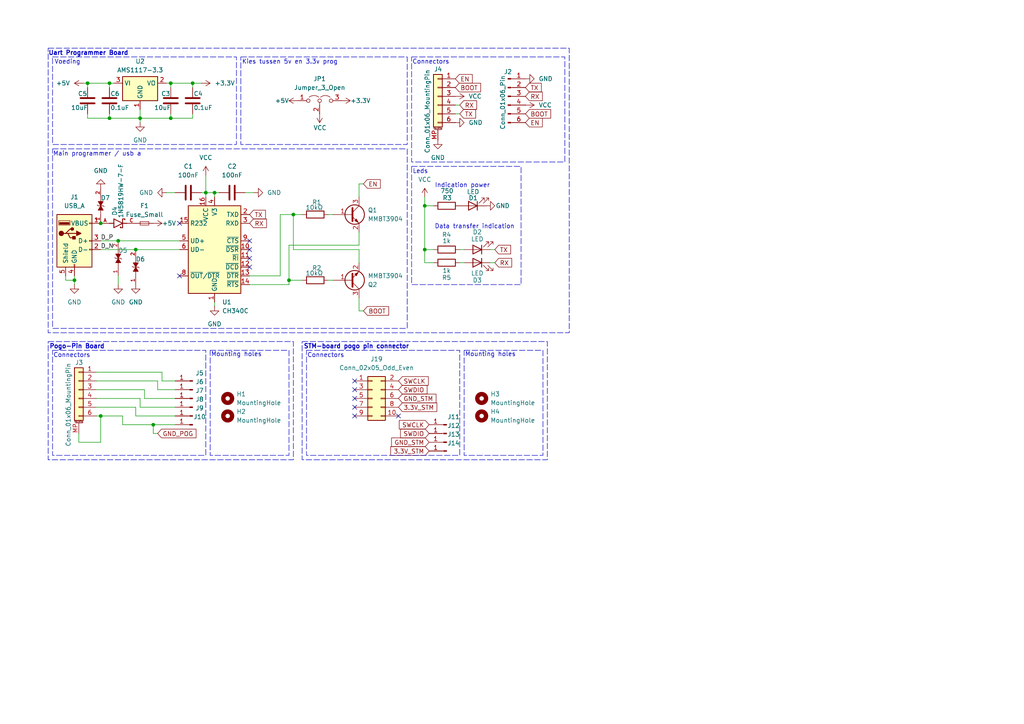
<source format=kicad_sch>
(kicad_sch (version 20231120) (generator "eeschema") (generator_version "8.0")
  (paper "A4")
  (title_block (title "Universal uart programmer") (date "2025-04-23") (rev "1") (company "Dectronics"))
  (lib_symbols
    (symbol "Connector:Conn_01x01_Pin" (pin_names (offset 1.016) hide)
      (property "Reference" "J" (at 0 2.54 0))
      (property "Value" "Conn_01x01_Pin" (at 0 -2.54 0))
      (symbol "Conn_01x01_Pin_1_1"
        (polyline (pts (xy 1.27 0) (xy 0.8636 0)) (stroke (width 0.1524)))
        (rectangle (start 0.8636 0.127) (end 0 -0.127) (stroke (width 0.1524)) (fill (type outline)))
        (pin passive line (at 5.08 0 180) (length 3.81) (name "Pin_1") (number "1"))
      )
    )
    (symbol "Connector:Conn_01x06_Pin" (pin_names (offset 1.016) hide)
      (property "Reference" "J" (at 0 7.62 0))
      (property "Value" "Conn_01x06_Pin" (at 0 -10.16 0))
      (symbol "Conn_01x06_Pin_1_1"
        (polyline (pts (xy 1.27 -7.62) (xy 0.8636 -7.62)) (stroke (width 0.1524)))
        (polyline (pts (xy 1.27 -5.08) (xy 0.8636 -5.08)) (stroke (width 0.1524)))
        (polyline (pts (xy 1.27 -2.54) (xy 0.8636 -2.54)) (stroke (width 0.1524)))
        (polyline (pts (xy 1.27 0) (xy 0.8636 0)) (stroke (width 0.1524)))
        (polyline (pts (xy 1.27 2.54) (xy 0.8636 2.54)) (stroke (width 0.1524)))
        (polyline (pts (xy 1.27 5.08) (xy 0.8636 5.08)) (stroke (width 0.1524)))
        (rectangle (start 0.8636 -7.493) (end 0 -7.747) (stroke (width 0.1524)) (fill (type outline)))
        (rectangle (start 0.8636 -4.953) (end 0 -5.207) (stroke (width 0.1524)) (fill (type outline)))
        (rectangle (start 0.8636 -2.413) (end 0 -2.667) (stroke (width 0.1524)) (fill (type outline)))
        (rectangle (start 0.8636 0.127) (end 0 -0.127) (stroke (width 0.1524)) (fill (type outline)))
        (rectangle (start 0.8636 2.667) (end 0 2.413) (stroke (width 0.1524)) (fill (type outline)))
        (rectangle (start 0.8636 5.207) (end 0 4.953) (stroke (width 0.1524)) (fill (type outline)))
        (pin passive line (at 5.08 5.08 180) (length 3.81) (name "Pin_1") (number "1"))
        (pin passive line (at 5.08 2.54 180) (length 3.81) (name "Pin_2") (number "2"))
        (pin passive line (at 5.08 0 180) (length 3.81) (name "Pin_3") (number "3"))
        (pin passive line (at 5.08 -2.54 180) (length 3.81) (name "Pin_4") (number "4"))
        (pin passive line (at 5.08 -5.08 180) (length 3.81) (name "Pin_5") (number "5"))
        (pin passive line (at 5.08 -7.62 180) (length 3.81) (name "Pin_6") (number "6"))
      )
    )
    (symbol "Connector:USB_A" (pin_names (offset 1.016))
      (property "Reference" "J" (at -5.08 11.43 0))
      (property "Value" "USB_A" (at -5.08 8.89 0))
      (symbol "USB_A_0_1"
        (rectangle (start -5.08 -7.62) (end 5.08 7.62) (stroke (width 0.254)) (fill (type background)))
        (circle (center -3.81 2.159) (radius 0.635) (stroke (width 0.254)) (fill (type outline)))
        (rectangle (start -1.524 4.826) (end -4.318 5.334) (fill (type outline)))
        (rectangle (start -1.27 4.572) (end -4.572 5.842))
        (circle (center -0.635 3.429) (radius 0.381) (stroke (width 0.254)) (fill (type outline)))
        (rectangle (start -0.127 -7.62) (end 0.127 -6.858))
        (polyline (pts (xy -3.175 2.159) (xy -2.54 2.159) (xy -1.27 3.429) (xy -0.635 3.429)) (stroke (width 0.254)))
        (polyline (pts (xy -2.54 2.159) (xy -1.905 2.159) (xy -1.27 0.889) (xy 0 0.889)) (stroke (width 0.254)))
        (polyline (pts (xy 0.635 2.794) (xy 0.635 1.524) (xy 1.905 2.159) (xy 0.635 2.794)) (stroke (width 0.254)) (fill (type outline)))
        (rectangle (start 0.254 1.27) (end -0.508 0.508) (stroke (width 0.254)) (fill (type outline)))
        (rectangle (start 5.08 -2.667) (end 4.318 -2.413))
        (rectangle (start 5.08 -0.127) (end 4.318 0.127))
        (rectangle (start 5.08 4.953) (end 4.318 5.207))
      )
      (symbol "USB_A_1_1"
        (polyline (pts (xy -1.905 2.159) (xy 0.635 2.159)) (stroke (width 0.254)))
        (pin power_in line (at 7.62 5.08 180) (length 2.54) (name "VBUS") (number "1"))
        (pin bidirectional line (at 7.62 -2.54 180) (length 2.54) (name "D-") (number "2"))
        (pin bidirectional line (at 7.62 0 180) (length 2.54) (name "D+") (number "3"))
        (pin power_in line (at 0 -10.16 90) (length 2.54) (name "GND") (number "4"))
        (pin passive line (at -2.54 -10.16 90) (length 2.54) (name "Shield") (number "5"))
      )
    )
    (symbol "Connector_Generic:Conn_02x05_Odd_Even" (pin_names (offset 1.016) hide)
      (property "Reference" "J" (at 1.27 7.62 0))
      (property "Value" "Conn_02x05_Odd_Even" (at 1.27 -7.62 0))
      (symbol "Conn_02x05_Odd_Even_1_1"
        (rectangle (start -1.27 -4.953) (end 0 -5.207) (stroke (width 0.1524)))
        (rectangle (start -1.27 -2.413) (end 0 -2.667) (stroke (width 0.1524)))
        (rectangle (start -1.27 0.127) (end 0 -0.127) (stroke (width 0.1524)))
        (rectangle (start -1.27 2.667) (end 0 2.413) (stroke (width 0.1524)))
        (rectangle (start -1.27 5.207) (end 0 4.953) (stroke (width 0.1524)))
        (rectangle (start -1.27 6.35) (end 3.81 -6.35) (stroke (width 0.254)) (fill (type background)))
        (rectangle (start 3.81 -4.953) (end 2.54 -5.207) (stroke (width 0.1524)))
        (rectangle (start 3.81 -2.413) (end 2.54 -2.667) (stroke (width 0.1524)))
        (rectangle (start 3.81 0.127) (end 2.54 -0.127) (stroke (width 0.1524)))
        (rectangle (start 3.81 2.667) (end 2.54 2.413) (stroke (width 0.1524)))
        (rectangle (start 3.81 5.207) (end 2.54 4.953) (stroke (width 0.1524)))
        (pin passive line (at -5.08 5.08 0) (length 3.81) (name "Pin_1") (number "1"))
        (pin passive line (at 7.62 -5.08 180) (length 3.81) (name "Pin_10") (number "10"))
        (pin passive line (at 7.62 5.08 180) (length 3.81) (name "Pin_2") (number "2"))
        (pin passive line (at -5.08 2.54 0) (length 3.81) (name "Pin_3") (number "3"))
        (pin passive line (at 7.62 2.54 180) (length 3.81) (name "Pin_4") (number "4"))
        (pin passive line (at -5.08 0 0) (length 3.81) (name "Pin_5") (number "5"))
        (pin passive line (at 7.62 0 180) (length 3.81) (name "Pin_6") (number "6"))
        (pin passive line (at -5.08 -2.54 0) (length 3.81) (name "Pin_7") (number "7"))
        (pin passive line (at 7.62 -2.54 180) (length 3.81) (name "Pin_8") (number "8"))
        (pin passive line (at -5.08 -5.08 0) (length 3.81) (name "Pin_9") (number "9"))
      )
    )
    (symbol "Connector_Generic_MountingPin:Conn_01x06_MountingPin" (pin_names (offset 1.016) hide)
      (property "Reference" "J" (at 0 7.62 0))
      (property "Value" "Conn_01x06_MountingPin" (at 1.27 -10.16 0))
      (symbol "Conn_01x06_MountingPin_1_1"
        (rectangle (start -1.27 -7.493) (end 0 -7.747) (stroke (width 0.1524)))
        (rectangle (start -1.27 -4.953) (end 0 -5.207) (stroke (width 0.1524)))
        (rectangle (start -1.27 -2.413) (end 0 -2.667) (stroke (width 0.1524)))
        (rectangle (start -1.27 0.127) (end 0 -0.127) (stroke (width 0.1524)))
        (rectangle (start -1.27 2.667) (end 0 2.413) (stroke (width 0.1524)))
        (rectangle (start -1.27 5.207) (end 0 4.953) (stroke (width 0.1524)))
        (rectangle (start -1.27 6.35) (end 1.27 -8.89) (stroke (width 0.254)) (fill (type background)))
        (polyline (pts (xy -1.016 -9.652) (xy 1.016 -9.652)) (stroke (width 0.1524)))
        (text "Mounting" (at 0 -9.271 0) (effects (font (size 0.381 0.381))))
        (pin passive line (at -5.08 5.08 0) (length 3.81) (name "Pin_1") (number "1"))
        (pin passive line (at -5.08 2.54 0) (length 3.81) (name "Pin_2") (number "2"))
        (pin passive line (at -5.08 0 0) (length 3.81) (name "Pin_3") (number "3"))
        (pin passive line (at -5.08 -2.54 0) (length 3.81) (name "Pin_4") (number "4"))
        (pin passive line (at -5.08 -5.08 0) (length 3.81) (name "Pin_5") (number "5"))
        (pin passive line (at -5.08 -7.62 0) (length 3.81) (name "Pin_6") (number "6"))
        (pin passive line (at 0 -12.7 90) (length 3.048) (name "MountPin") (number "MP"))
      )
    )
    (symbol "Device:C" (pin_numbers hide) (pin_names (offset 0.254))
      (property "Reference" "C" (at 0.635 2.54 0))
      (property "Value" "C" (at 0.635 -2.54 0))
      (symbol "C_0_1"
        (polyline (pts (xy -2.032 -0.762) (xy 2.032 -0.762)) (stroke (width 0.508)))
        (polyline (pts (xy -2.032 0.762) (xy 2.032 0.762)) (stroke (width 0.508)))
      )
      (symbol "C_1_1"
        (pin passive line (at 0 3.81 270) (length 2.794) (name "~") (number "1"))
        (pin passive line (at 0 -3.81 90) (length 2.794) (name "~") (number "2"))
      )
    )
    (symbol "Device:Fuse_Small" (pin_numbers hide) (pin_names (offset 0.254) hide)
      (property "Reference" "F" (at 0 -1.524 0))
      (property "Value" "Fuse_Small" (at 0 1.524 0))
      (symbol "Fuse_Small_0_1"
        (rectangle (start -1.27 0.508) (end 1.27 -0.508))
        (polyline (pts (xy -1.27 0) (xy 1.27 0)))
      )
      (symbol "Fuse_Small_1_1"
        (pin passive line (at -2.54 0 0) (length 1.27) (name "~") (number "1"))
        (pin passive line (at 2.54 0 180) (length 1.27) (name "~") (number "2"))
      )
    )
    (symbol "Device:LED" (pin_numbers hide) (pin_names (offset 1.016) hide)
      (property "Reference" "D" (at 0 2.54 0))
      (property "Value" "LED" (at 0 -2.54 0))
      (symbol "LED_0_1"
        (polyline (pts (xy -1.27 -1.27) (xy -1.27 1.27)) (stroke (width 0.254)))
        (polyline (pts (xy -1.27 0) (xy 1.27 0)))
        (polyline (pts (xy 1.27 -1.27) (xy 1.27 1.27) (xy -1.27 0) (xy 1.27 -1.27)) (stroke (width 0.254)))
        (polyline (pts (xy -3.048 -0.762) (xy -4.572 -2.286) (xy -3.81 -2.286) (xy -4.572 -2.286) (xy -4.572 -1.524)))
        (polyline (pts (xy -1.778 -0.762) (xy -3.302 -2.286) (xy -2.54 -2.286) (xy -3.302 -2.286) (xy -3.302 -1.524)))
      )
      (symbol "LED_1_1"
        (pin passive line (at -3.81 0 0) (length 2.54) (name "K") (number "1"))
        (pin passive line (at 3.81 0 180) (length 2.54) (name "A") (number "2"))
      )
    )
    (symbol "Device:R" (pin_numbers hide) (pin_names (offset 0))
      (property "Reference" "R" (at 2.032 0 90))
      (property "Value" "R" (at 0 0 90))
      (symbol "R_0_1"
        (rectangle (start -1.016 -2.54) (end 1.016 2.54) (stroke (width 0.254)))
      )
      (symbol "R_1_1"
        (pin passive line (at 0 3.81 270) (length 1.27) (name "~") (number "1"))
        (pin passive line (at 0 -3.81 90) (length 1.27) (name "~") (number "2"))
      )
    )
    (symbol "Interface_USB:CH340C"
      (property "Reference" "U" (at -5.08 13.97 0))
      (property "Value" "CH340C" (at 1.27 13.97 0))
      (symbol "CH340C_0_1"
        (rectangle (start -7.62 12.7) (end 7.62 -12.7) (stroke (width 0.254)) (fill (type background)))
      )
      (symbol "CH340C_1_1"
        (pin power_in line (at 0 -15.24 90) (length 2.54) (name "GND") (number "1"))
        (pin input line (at 10.16 0 180) (length 2.54) (name "~{DSR}") (number "10"))
        (pin input line (at 10.16 -2.54 180) (length 2.54) (name "~{RI}") (number "11"))
        (pin input line (at 10.16 -5.08 180) (length 2.54) (name "~{DCD}") (number "12"))
        (pin output line (at 10.16 -7.62 180) (length 2.54) (name "~{DTR}") (number "13"))
        (pin output line (at 10.16 -10.16 180) (length 2.54) (name "~{RTS}") (number "14"))
        (pin input line (at -10.16 7.62 0) (length 2.54) (name "R232") (number "15"))
        (pin power_in line (at -2.54 15.24 270) (length 2.54) (name "VCC") (number "16"))
        (pin output line (at 10.16 10.16 180) (length 2.54) (name "TXD") (number "2"))
        (pin input line (at 10.16 7.62 180) (length 2.54) (name "RXD") (number "3"))
        (pin power_out line (at 0 15.24 270) (length 2.54) (name "V3") (number "4"))
        (pin bidirectional line (at -10.16 2.54 0) (length 2.54) (name "UD+") (number "5"))
        (pin bidirectional line (at -10.16 0 0) (length 2.54) (name "UD-") (number "6"))
        (pin no_connect line (at -7.62 -5.08 0) (length 2.54) hide (name "NC") (number "7"))
        (pin output line (at -10.16 -7.62 0) (length 2.54) (name "~{OUT}/~{DTR}") (number "8"))
        (pin input line (at 10.16 2.54 180) (length 2.54) (name "~{CTS}") (number "9"))
      )
    )
    (symbol "Jumper:Jumper_3_Open" (pin_names (offset 0) hide) (exclude_from_sim yes) (in_bom no)
      (property "Reference" "JP" (at -2.54 -2.54 0))
      (property "Value" "Jumper_3_Open" (at 0 2.794 0))
      (symbol "Jumper_3_Open_0_0"
        (circle (center -3.302 0) (radius 0.508))
        (circle (center 0 0) (radius 0.508))
        (circle (center 3.302 0) (radius 0.508))
      )
      (symbol "Jumper_3_Open_0_1"
        (arc (start -0.254 1.016) (mid -1.651 1.4992) (end -3.048 1.016))
        (polyline (pts (xy 0 -0.508) (xy 0 -1.27)))
        (arc (start 3.048 1.016) (mid 1.651 1.4992) (end 0.254 1.016))
      )
      (symbol "Jumper_3_Open_1_1"
        (pin passive line (at -6.35 0 0) (length 2.54) (name "A") (number "1"))
        (pin passive line (at 0 -3.81 90) (length 2.54) (name "C") (number "2"))
        (pin passive line (at 6.35 0 180) (length 2.54) (name "B") (number "3"))
      )
    )
    (symbol "Mechanical:MountingHole" (pin_names (offset 1.016)) (exclude_from_sim yes) (in_bom no)
      (property "Reference" "H" (at 0 5.08 0))
      (property "Value" "MountingHole" (at 0 3.175 0))
      (symbol "MountingHole_0_1"
        (circle (center 0 0) (radius 1.27) (stroke (width 1.27)))
      )
    )
    (symbol "Regulator_Linear:AMS1117-3.3"
      (property "Reference" "U" (at -3.81 3.175 0))
      (property "Value" "AMS1117-3.3" (at 0 3.175 0))
      (symbol "AMS1117-3.3_0_1"
        (rectangle (start -5.08 -5.08) (end 5.08 1.905) (stroke (width 0.254)) (fill (type background)))
      )
      (symbol "AMS1117-3.3_1_1"
        (pin power_in line (at 0 -7.62 90) (length 2.54) (name "GND") (number "1"))
        (pin power_out line (at 7.62 0 180) (length 2.54) (name "VO") (number "2"))
        (pin power_in line (at -7.62 0 0) (length 2.54) (name "VI") (number "3"))
      )
    )
    (symbol "Transistor_BJT:MMBT3904" (pin_names (offset 0) hide)
      (property "Reference" "Q" (at 5.08 1.905 0))
      (property "Value" "MMBT3904" (at 5.08 0 0))
      (symbol "MMBT3904_0_1"
        (polyline (pts (xy 0.635 0.635) (xy 2.54 2.54)))
        (polyline (pts (xy 0.635 -0.635) (xy 2.54 -2.54) (xy 2.54 -2.54)))
        (polyline (pts (xy 0.635 1.905) (xy 0.635 -1.905) (xy 0.635 -1.905)) (stroke (width 0.508)))
        (polyline (pts (xy 1.27 -1.778) (xy 1.778 -1.27) (xy 2.286 -2.286) (xy 1.27 -1.778) (xy 1.27 -1.778)) (fill (type outline)))
        (circle (center 1.27 0) (radius 2.8194) (stroke (width 0.254)))
      )
      (symbol "MMBT3904_1_1"
        (pin input line (at -5.08 0 0) (length 5.715) (name "B") (number "1"))
        (pin passive line (at 2.54 -5.08 90) (length 2.54) (name "E") (number "2"))
        (pin passive line (at 2.54 5.08 270) (length 2.54) (name "C") (number "3"))
      )
    )
    (symbol "diodeUSBC:1N5819HW-7-F" (pin_names (offset 1.016))
      (property "Reference" "D" (at -5.08 2.54 0))
      (property "Value" "1N5819HW-7-F" (at -5.08 -3.81 0))
      (symbol "1N5819HW-7-F_0_0"
        (polyline (pts (xy -2.54 0) (xy -1.27 0)) (stroke (width 0.254)))
        (polyline (pts (xy -1.27 -1.27) (xy 1.27 0)) (stroke (width 0.254)))
        (polyline (pts (xy -1.27 0) (xy -1.27 -1.27)) (stroke (width 0.254)))
        (polyline (pts (xy -1.27 1.27) (xy -1.27 0)) (stroke (width 0.254)))
        (polyline (pts (xy 0.635 -1.016) (xy 0.635 -1.27)) (stroke (width 0.254)))
        (polyline (pts (xy 1.27 -1.27) (xy 0.635 -1.27)) (stroke (width 0.254)))
        (polyline (pts (xy 1.27 0) (xy -1.27 1.27)) (stroke (width 0.254)))
        (polyline (pts (xy 1.27 0) (xy 1.27 -1.27)) (stroke (width 0.254)))
        (polyline (pts (xy 1.27 1.27) (xy 1.27 0)) (stroke (width 0.254)))
        (polyline (pts (xy 1.905 1.27) (xy 1.27 1.27)) (stroke (width 0.254)))
        (polyline (pts (xy 1.905 1.27) (xy 1.905 1.016)) (stroke (width 0.254)))
        (polyline (pts (xy 2.54 0) (xy 1.27 0)) (stroke (width 0.254)))
        (pin passive line (at -5.08 0 0) (length 2.54) (name "~") (number "A"))
        (pin passive line (at 5.08 0 180) (length 2.54) (name "~") (number "C"))
      )
    )
    (symbol "esdProt:LESD5D5.0CT1G" (pin_names (offset 1.016))
      (property "Reference" "D" (at -5.08 2.54 0))
      (property "Value" "LESD5D5.0CT1G" (at -5.08 -5.08 0))
      (symbol "LESD5D5.0CT1G_0_0"
        (polyline (pts (xy -1.27 0) (xy -2.54 0)) (stroke (width 0.1524)))
        (polyline (pts (xy 0 -0.762) (xy -0.254 -1.016)) (stroke (width 0.1524)))
        (polyline (pts (xy 0 -0.762) (xy 0 0.762)) (stroke (width 0.1524)))
        (polyline (pts (xy 0 0.762) (xy 0.254 1.016)) (stroke (width 0.1524)))
        (polyline (pts (xy 1.27 0) (xy 2.54 0)) (stroke (width 0.1524)))
        (polyline (pts (xy 0 0) (xy -1.27 -0.762) (xy -1.27 0.762) (xy 0 0)) (stroke (width 0.1524)) (fill (type outline)))
        (polyline (pts (xy 0 0) (xy 1.27 0.762) (xy 1.27 -0.762) (xy 0 0)) (stroke (width 0.1524)) (fill (type outline)))
        (pin passive line (at -5.08 0 0) (length 2.54) (name "~") (number "1"))
        (pin passive line (at 5.08 0 180) (length 2.54) (name "~") (number "2"))
      )
    )
    (symbol "power:+3.3V" (power) (pin_numbers hide) (pin_names (offset 0) hide)
      (property "Value" "+3.3V" (at 0 3.556 0))
      (symbol "+3.3V_0_1"
        (polyline (pts (xy -0.762 1.27) (xy 0 2.54)))
        (polyline (pts (xy 0 0) (xy 0 2.54)))
        (polyline (pts (xy 0 2.54) (xy 0.762 1.27)))
      )
      (symbol "+3.3V_1_1"
        (pin power_in line (at 0 0 90) (length 0) (name "~") (number "1"))
      )
    )
    (symbol "power:+5V" (power) (pin_numbers hide) (pin_names (offset 0) hide)
      (property "Value" "+5V" (at 0 3.556 0))
      (symbol "+5V_0_1"
        (polyline (pts (xy -0.762 1.27) (xy 0 2.54)))
        (polyline (pts (xy 0 0) (xy 0 2.54)))
        (polyline (pts (xy 0 2.54) (xy 0.762 1.27)))
      )
      (symbol "+5V_1_1"
        (pin power_in line (at 0 0 90) (length 0) (name "~") (number "1"))
      )
    )
    (symbol "power:GND" (power) (pin_numbers hide) (pin_names (offset 0) hide)
      (property "Value" "GND" (at 0 -3.81 0))
      (symbol "GND_0_1"
        (polyline (pts (xy 0 0) (xy 0 -1.27) (xy 1.27 -1.27) (xy 0 -2.54) (xy -1.27 -1.27) (xy 0 -1.27)))
      )
      (symbol "GND_1_1"
        (pin power_in line (at 0 0 270) (length 0) (name "~") (number "1"))
      )
    )
    (symbol "power:VCC" (power) (pin_numbers hide) (pin_names (offset 0) hide)
      (property "Value" "VCC" (at 0 3.556 0))
      (symbol "VCC_0_1"
        (polyline (pts (xy -0.762 1.27) (xy 0 2.54)))
        (polyline (pts (xy 0 0) (xy 0 2.54)))
        (polyline (pts (xy 0 2.54) (xy 0.762 1.27)))
      )
      (symbol "VCC_1_1"
        (pin power_in line (at 0 0 90) (length 0) (name "~") (number "1"))
      )
    )
  )
  (junction (at 49.53 24.13))
  (junction (at 59.69 55.88))
  (junction (at 29.21 120.65))
  (junction (at 55.88 24.13))
  (junction (at 31.75 34.29))
  (junction (at 123.19 72.39))
  (junction (at 85.09 62.23))
  (junction (at 29.21 64.77))
  (junction (at 123.19 59.69))
  (junction (at 62.23 55.88))
  (junction (at 44.45 123.19))
  (junction (at 49.53 34.29))
  (junction (at 21.59 81.28))
  (junction (at 34.29 69.85))
  (junction (at 31.75 24.13))
  (junction (at 40.64 34.29))
  (junction (at 39.37 72.39))
  (junction (at 25.4 24.13))
  (junction (at 83.82 81.28))
  (no_connect (at 102.87 110.49))
  (no_connect (at 72.39 74.93))
  (no_connect (at 52.07 80.01))
  (no_connect (at 72.39 72.39))
  (no_connect (at 52.07 64.77))
  (no_connect (at 72.39 69.85))
  (no_connect (at 72.39 77.47))
  (no_connect (at 115.57 120.65))
  (no_connect (at 102.87 120.65))
  (no_connect (at 102.87 113.03))
  (no_connect (at 102.87 118.11))
  (no_connect (at 102.87 115.57))
  (wire (pts (xy 123.19 72.39) (xy 125.73 72.39)))
  (wire (pts (xy 39.37 120.65) (xy 50.8 120.65)))
  (wire (pts (xy 49.53 34.29) (xy 55.88 34.29)))
  (wire (pts (xy 104.14 86.36) (xy 104.14 90.17)))
  (wire (pts (xy 46.99 107.95) (xy 46.99 110.49)))
  (wire (pts (xy 34.29 69.85) (xy 52.07 69.85)))
  (wire (pts (xy 49.53 33.02) (xy 49.53 34.29)))
  (wire (pts (xy 81.28 62.23) (xy 81.28 80.01)))
  (wire (pts (xy 27.94 113.03) (xy 41.91 113.03)))
  (wire (pts (xy 62.23 57.15) (xy 62.23 55.88)))
  (wire (pts (xy 55.88 33.02) (xy 55.88 34.29)))
  (wire (pts (xy 132.08 30.48) (xy 133.35 30.48)))
  (wire (pts (xy 71.12 55.88) (xy 73.66 55.88)))
  (wire (pts (xy 41.91 115.57) (xy 50.8 115.57)))
  (wire (pts (xy 27.94 107.95) (xy 46.99 107.95)))
  (wire (pts (xy 24.13 24.13) (xy 25.4 24.13)))
  (wire (pts (xy 49.53 24.13) (xy 48.26 24.13)))
  (wire (pts (xy 81.28 62.23) (xy 85.09 62.23)))
  (wire (pts (xy 62.23 55.88) (xy 63.5 55.88)))
  (wire (pts (xy 123.19 76.2) (xy 125.73 76.2)))
  (wire (pts (xy 34.29 82.55) (xy 34.29 80.01)))
  (wire (pts (xy 83.82 71.12) (xy 83.82 81.28)))
  (wire (pts (xy 55.88 24.13) (xy 49.53 24.13)))
  (wire (pts (xy 45.72 113.03) (xy 50.8 113.03)))
  (wire (pts (xy 81.28 80.01) (xy 72.39 80.01)))
  (wire (pts (xy 48.26 55.88) (xy 50.8 55.88)))
  (wire (pts (xy 55.88 25.4) (xy 55.88 24.13)))
  (wire (pts (xy 104.14 53.34) (xy 104.14 57.15)))
  (wire (pts (xy 58.42 55.88) (xy 59.69 55.88)))
  (wire (pts (xy 25.4 34.29) (xy 31.75 34.29)))
  (wire (pts (xy 123.19 57.15) (xy 123.19 59.69)))
  (wire (pts (xy 133.35 76.2) (xy 134.62 76.2)))
  (wire (pts (xy 25.4 24.13) (xy 25.4 25.4)))
  (wire (pts (xy 59.69 55.88) (xy 59.69 57.15)))
  (wire (pts (xy 123.19 59.69) (xy 123.19 72.39)))
  (wire (pts (xy 45.72 110.49) (xy 45.72 113.03)))
  (wire (pts (xy 104.14 72.39) (xy 104.14 76.2)))
  (wire (pts (xy 55.88 24.13) (xy 58.42 24.13)))
  (wire (pts (xy 104.14 72.39) (xy 85.09 72.39)))
  (wire (pts (xy 29.21 120.65) (xy 27.94 120.65)))
  (wire (pts (xy 39.37 72.39) (xy 52.07 72.39)))
  (wire (pts (xy 142.24 76.2) (xy 143.51 76.2)))
  (wire (pts (xy 44.45 123.19) (xy 44.45 125.73)))
  (wire (pts (xy 49.53 25.4) (xy 49.53 24.13)))
  (wire (pts (xy 95.25 81.28) (xy 96.52 81.28)))
  (wire (pts (xy 40.64 118.11) (xy 50.8 118.11)))
  (wire (pts (xy 123.19 72.39) (xy 123.19 76.2)))
  (wire (pts (xy 105.41 53.34) (xy 104.14 53.34)))
  (wire (pts (xy 40.64 115.57) (xy 40.64 118.11)))
  (wire (pts (xy 22.86 125.73) (xy 22.86 128.27)))
  (wire (pts (xy 133.35 72.39) (xy 134.62 72.39)))
  (wire (pts (xy 87.63 62.23) (xy 85.09 62.23)))
  (wire (pts (xy 40.64 34.29) (xy 49.53 34.29)))
  (wire (pts (xy 21.59 80.01) (xy 21.59 81.28)))
  (wire (pts (xy 29.21 120.65) (xy 29.21 128.27)))
  (wire (pts (xy 31.75 34.29) (xy 40.64 34.29)))
  (wire (pts (xy 31.75 33.02) (xy 31.75 34.29)))
  (wire (pts (xy 104.14 67.31) (xy 104.14 71.12)))
  (wire (pts (xy 44.45 123.19) (xy 35.56 123.19)))
  (wire (pts (xy 39.37 118.11) (xy 39.37 120.65)))
  (wire (pts (xy 29.21 72.39) (xy 39.37 72.39)))
  (wire (pts (xy 19.05 81.28) (xy 21.59 81.28)))
  (wire (pts (xy 45.72 125.73) (xy 44.45 125.73)))
  (wire (pts (xy 31.75 24.13) (xy 31.75 25.4)))
  (wire (pts (xy 25.4 33.02) (xy 25.4 34.29)))
  (wire (pts (xy 95.25 62.23) (xy 96.52 62.23)))
  (wire (pts (xy 19.05 80.01) (xy 19.05 81.28)))
  (wire (pts (xy 27.94 110.49) (xy 45.72 110.49)))
  (wire (pts (xy 46.99 110.49) (xy 50.8 110.49)))
  (wire (pts (xy 142.24 72.39) (xy 143.51 72.39)))
  (wire (pts (xy 31.75 24.13) (xy 33.02 24.13)))
  (wire (pts (xy 62.23 55.88) (xy 59.69 55.88)))
  (wire (pts (xy 105.41 90.17) (xy 104.14 90.17)))
  (wire (pts (xy 21.59 81.28) (xy 21.59 82.55)))
  (wire (pts (xy 59.69 50.8) (xy 59.69 55.88)))
  (wire (pts (xy 83.82 81.28) (xy 83.82 82.55)))
  (wire (pts (xy 62.23 87.63) (xy 62.23 88.9)))
  (wire (pts (xy 132.08 33.02) (xy 133.35 33.02)))
  (wire (pts (xy 85.09 72.39) (xy 85.09 62.23)))
  (wire (pts (xy 29.21 69.85) (xy 34.29 69.85)))
  (wire (pts (xy 40.64 35.56) (xy 40.64 34.29)))
  (wire (pts (xy 50.8 123.19) (xy 44.45 123.19)))
  (wire (pts (xy 22.86 128.27) (xy 29.21 128.27)))
  (wire (pts (xy 123.19 59.69) (xy 125.73 59.69)))
  (wire (pts (xy 83.82 82.55) (xy 72.39 82.55)))
  (wire (pts (xy 87.63 81.28) (xy 83.82 81.28)))
  (wire (pts (xy 40.64 31.75) (xy 40.64 34.29)))
  (wire (pts (xy 41.91 113.03) (xy 41.91 115.57)))
  (wire (pts (xy 35.56 123.19) (xy 35.56 120.65)))
  (wire (pts (xy 25.4 24.13) (xy 31.75 24.13)))
  (wire (pts (xy 27.94 118.11) (xy 39.37 118.11)))
  (wire (pts (xy 27.94 115.57) (xy 40.64 115.57)))
  (wire (pts (xy 104.14 71.12) (xy 83.82 71.12)))
  (wire (pts (xy 35.56 120.65) (xy 29.21 120.65)))
  (rectangle (start 15.24 16.51) (end 68.58 41.91) (stroke (width 0) (type dash)))
  (rectangle (start 87.63 99.06) (end 158.75 133.35) (stroke (width 0) (type dash)))
  (rectangle (start 119.38 48.26) (end 151.13 82.55) (stroke (width 0) (type dash)))
  (rectangle (start 15.24 43.18) (end 118.11 95.25) (stroke (width 0) (type dash)))
  (rectangle (start 69.85 16.51) (end 118.11 41.91) (stroke (width 0) (type dash)))
  (rectangle (start 134.62 101.6) (end 157.48 132.08) (stroke (width 0) (type dash)))
  (rectangle (start 88.9 101.6) (end 133.35 132.08) (stroke (width 0) (type dash)))
  (rectangle (start 60.96 101.6) (end 83.82 132.08) (stroke (width 0) (type dash)))
  (rectangle (start 13.97 13.97) (end 165.1 96.52) (stroke (width 0) (type dash)))
  (rectangle (start 15.24 101.6) (end 59.69 132.08) (stroke (width 0) (type dash)))
  (rectangle (start 119.38 16.51) (end 163.83 46.99) (stroke (width 0) (type dash)))
  (rectangle (start 13.97 99.06) (end 85.09 133.35) (stroke (width 0) (type dash)))
  (text "Voeding" (at 19.558 18.034 0) (effects (font (size 1.27 1.27))))
  (text "Mounting holes" (at 68.58 102.87 0) (effects (font (size 1.27 1.27))))
  (text "STM-board pogo pin connector" (at 103.378 100.584 0) (effects (font (size 1.27 1.27) (thickness 0.254) (bold yes))))
  (text "Connectors" (at 20.828 103.124 0) (effects (font (size 1.27 1.27))))
  (text "Leds" (at 121.92 49.784 0) (effects (font (size 1.27 1.27))))
  (text "Indication power" (at 134.112 53.848 0) (effects (font (size 1.27 1.27))))
  (text "Kies tussen 5v en 3.3v prog" (at 84.074 18.034 0) (effects (font (size 1.27 1.27))))
  (text "Connectors" (at 94.488 103.124 0) (effects (font (size 1.27 1.27))))
  (text "Data transfer indication" (at 137.668 65.786 0) (effects (font (size 1.27 1.27))))
  (text "Main programmer / usb a" (at 28.194 44.704 0) (effects (font (size 1.27 1.27))))
  (text "Uart Programmer Board" (at 25.654 15.494 0) (effects (font (size 1.27 1.27) (thickness 0.254) (bold yes))))
  (text "Connectors" (at 124.968 18.034 0) (effects (font (size 1.27 1.27))))
  (text "Pogo-Pin Board" (at 22.352 100.584 0) (effects (font (size 1.27 1.27) (thickness 0.254) (bold yes))))
  (text "Mounting holes" (at 142.24 102.87 0) (effects (font (size 1.27 1.27))))
  (label "D_P" (at 29.21 69.85 0))
  (label "D_N" (at 29.21 72.39 0))
  (global_label "RX" (shape input) (at 133.35 30.48 0) (property "Intersheetrefs" "${INTERSHEET_REFS}" (effects (hide yes))))
  (global_label "SWCLK" (shape input) (at 124.46 123.19 180) (property "Intersheetrefs" "${INTERSHEET_REFS}" (effects (hide yes))))
  (global_label "RX" (shape input) (at 152.4 27.94 0) (property "Intersheetrefs" "${INTERSHEET_REFS}" (effects (hide yes))))
  (global_label "TX" (shape input) (at 133.35 33.02 0) (property "Intersheetrefs" "${INTERSHEET_REFS}" (effects (hide yes))))
  (global_label "TX" (shape input) (at 143.51 72.39 0) (property "Intersheetrefs" "${INTERSHEET_REFS}" (effects (hide yes))))
  (global_label "BOOT" (shape input) (at 132.08 25.4 0) (property "Intersheetrefs" "${INTERSHEET_REFS}" (effects (hide yes))))
  (global_label "BOOT" (shape input) (at 152.4 33.02 0) (property "Intersheetrefs" "${INTERSHEET_REFS}" (effects (hide yes))))
  (global_label "EN" (shape input) (at 105.41 53.34 0) (property "Intersheetrefs" "${INTERSHEET_REFS}" (effects (hide yes))))
  (global_label "EN" (shape input) (at 132.08 22.86 0) (property "Intersheetrefs" "${INTERSHEET_REFS}" (effects (hide yes))))
  (global_label "GND_STM" (shape input) (at 124.46 128.27 180) (property "Intersheetrefs" "${INTERSHEET_REFS}" (effects (hide yes))))
  (global_label "TX" (shape input) (at 152.4 25.4 0) (property "Intersheetrefs" "${INTERSHEET_REFS}" (effects (hide yes))))
  (global_label "SWDIO" (shape input) (at 115.57 113.03 0) (property "Intersheetrefs" "${INTERSHEET_REFS}" (effects (hide yes))))
  (global_label "RX" (shape input) (at 72.39 64.77 0) (property "Intersheetrefs" "${INTERSHEET_REFS}" (effects (hide yes))))
  (global_label "SWCLK" (shape input) (at 115.57 110.49 0) (property "Intersheetrefs" "${INTERSHEET_REFS}" (effects (hide yes))))
  (global_label "3.3V_STM" (shape input) (at 115.57 118.11 0) (property "Intersheetrefs" "${INTERSHEET_REFS}" (effects (hide yes))))
  (global_label "BOOT" (shape input) (at 105.41 90.17 0) (property "Intersheetrefs" "${INTERSHEET_REFS}" (effects (hide yes))))
  (global_label "3.3V_STM" (shape input) (at 124.46 130.81 180) (property "Intersheetrefs" "${INTERSHEET_REFS}" (effects (hide yes))))
  (global_label "GND_STM" (shape input) (at 115.57 115.57 0) (property "Intersheetrefs" "${INTERSHEET_REFS}" (effects (hide yes))))
  (global_label "RX" (shape input) (at 143.51 76.2 0) (property "Intersheetrefs" "${INTERSHEET_REFS}" (effects (hide yes))))
  (global_label "TX" (shape input) (at 72.39 62.23 0) (property "Intersheetrefs" "${INTERSHEET_REFS}" (effects (hide yes))))
  (global_label "GND_POG" (shape input) (at 45.72 125.73 0) (property "Intersheetrefs" "${INTERSHEET_REFS}" (effects (hide yes))))
  (global_label "EN" (shape input) (at 152.4 35.56 0) (property "Intersheetrefs" "${INTERSHEET_REFS}" (effects (hide yes))))
  (global_label "SWDIO" (shape input) (at 124.46 125.73 180) (property "Intersheetrefs" "${INTERSHEET_REFS}" (effects (hide yes))))
  (symbol (lib_id "Transistor_BJT:MMBT3904") (at 101.6 62.23 0) (unit 1)
    (property "Reference" "Q1" (at 106.68 60.9599 0) (effects (justify left)))
    (property "Value" "MMBT3904" (at 106.68 63.4999 0) (effects (justify left)))
    (property "Footprint" "Package_TO_SOT_SMD:SOT-23" (effects (hide yes)))
    (property "Datasheet" "https://www.onsemi.com/pdf/datasheet/pzt3904-d.pdf" (effects (hide yes)))
    (property "Description" "0.2A Ic, 40V Vce, Small Signal NPN Transistor, SOT-23" (effects (hide yes)))
  )
  (symbol (lib_id "power:VCC") (at 59.69 50.8 0) (unit 1)
    (property "Reference" "#PWR03" (effects (hide yes)))
    (property "Value" "VCC" (at 59.69 45.72 0))
    (property "Description" "Power symbol creates a global label with name \"VCC\"" (effects (hide yes)))
  )
  (symbol (lib_id "power:VCC") (at 152.4 30.48 270) (unit 1)
    (property "Reference" "#PWR012" (effects (hide yes)))
    (property "Value" "VCC" (at 156.21 30.4799 90) (effects (justify left)))
    (property "Description" "Power symbol creates a global label with name \"VCC\"" (effects (hide yes)))
  )
  (symbol (lib_id "Device:C") (at 25.4 29.21 0) (unit 1)
    (property "Reference" "C5" (at 22.606 27.178 0) (effects (justify left)))
    (property "Value" "10uF" (at 20.574 31.242 0) (effects (justify left)))
    (property "Footprint" "Capacitor_SMD:C_0805_2012Metric_Pad1.18x1.45mm_HandSolder" (effects (hide yes)))
    (property "Description" "Unpolarized capacitor" (effects (hide yes)))
  )
  (symbol (lib_id "power:+3.3V") (at 58.42 24.13 270) (mirror x) (unit 1)
    (property "Reference" "#PWR06" (effects (hide yes)))
    (property "Value" "+3.3V" (at 62.23 24.1299 90) (effects (justify left)))
    (property "Description" "Power symbol creates a global label with name \"+3.3V\"" (effects (hide yes)))
  )
  (symbol (lib_id "Device:C") (at 31.75 29.21 0) (unit 1)
    (property "Reference" "C6" (at 32.004 27.178 0) (effects (justify left)))
    (property "Value" "0.1uF" (at 32.004 31.242 0) (effects (justify left)))
    (property "Footprint" "Capacitor_SMD:C_0805_2012Metric_Pad1.18x1.45mm_HandSolder" (effects (hide yes)))
    (property "Description" "Unpolarized capacitor" (effects (hide yes)))
  )
  (symbol (lib_id "Device:R") (at 129.54 76.2 90) (mirror x) (unit 1)
    (property "Reference" "R5" (at 129.54 80.518 90))
    (property "Value" "1k" (at 129.54 78.486 90))
    (property "Footprint" "Resistor_SMD:R_0805_2012Metric" (effects (hide yes)))
    (property "Description" "Resistor" (effects (hide yes)))
  )
  (symbol (lib_id "Connector:Conn_01x01_Pin") (at 55.88 120.65 180) (unit 1)
    (property "Reference" "J9" (at 57.912 118.364 0))
    (property "Value" "Conn_01x01_Pin" (effects (hide yes)))
    (property "Footprint" "Pogo-Pin 3.5mm:HARWIN_P70-1000045R" (effects (hide yes)))
    (property "Description" "Generic connector, single row, 01x01, script generated" (effects (hide yes)))
  )
  (symbol (lib_id "Device:C") (at 54.61 55.88 90) (unit 1)
    (property "Reference" "C1" (at 54.61 48.26 90))
    (property "Value" "100nF" (at 54.61 50.8 90))
    (property "Footprint" "Capacitor_SMD:C_0805_2012Metric_Pad1.18x1.45mm_HandSolder" (effects (hide yes)))
    (property "Description" "Unpolarized capacitor" (effects (hide yes)))
  )
  (symbol (lib_id "Device:LED") (at 138.43 76.2 0) (mirror y) (unit 1)
    (property "Reference" "D3" (at 138.43 81.28 0))
    (property "Value" "LED" (at 138.43 79.248 0))
    (property "Footprint" "LED_SMD:LED_0805_2012Metric" (effects (hide yes)))
    (property "Description" "Light emitting diode" (effects (hide yes)))
  )
  (symbol (lib_id "power:GND") (at 140.97 59.69 90) (unit 1)
    (property "Reference" "#PWR015" (effects (hide yes)))
    (property "Value" "GND" (at 145.796 59.69 90))
    (property "Description" "Power symbol creates a global label with name \"GND\" , ground" (effects (hide yes)))
  )
  (symbol (lib_id "Jumper:Jumper_3_Open") (at 92.71 29.21 0) (unit 1) (exclude_from_sim yes) (in_bom no)
    (property "Reference" "JP1" (at 92.71 22.86 0))
    (property "Value" "Jumper_3_Open" (at 92.71 25.4 0))
    (property "Footprint" "test:VoltageJumper" (effects (hide yes)))
    (property "Description" "Jumper, 3-pole, both open" (effects (hide yes)))
  )
  (symbol (lib_id "power:GND") (at 40.64 35.56 0) (unit 1)
    (property "Reference" "#PWR07" (effects (hide yes)))
    (property "Value" "GND" (at 40.64 40.64 0))
    (property "Description" "Power symbol creates a global label with name \"GND\" , ground" (effects (hide yes)))
  )
  (symbol (lib_id "power:GND") (at 152.4 22.86 90) (unit 1)
    (property "Reference" "#PWR011" (effects (hide yes)))
    (property "Value" "GND" (at 156.21 22.8599 90) (effects (justify right)))
    (property "Description" "Power symbol creates a global label with name \"GND\" , ground" (effects (hide yes)))
  )
  (symbol (lib_id "esdProt:LESD5D5.0CT1G") (at 29.21 59.69 90) (unit 1)
    (property "Reference" "D7" (at 29.21 57.404 90) (effects (justify right)))
    (property "Value" "LESD5D5.0CT1G" (effects (hide yes)))
    (property "Footprint" "LESD5D5.0CT1G:TVS_LESD5D5.0CT1G" (effects (hide yes)))
    (property "MF" "Leshan Radio Co." (effects (hide yes)))
    (property "MAXIMUM_PACKAGE_HEIGHT" "0.7 mm" (effects (hide yes)))
    (property "Package" "None" (effects (hide yes)))
    (property "Price" "None" (effects (hide yes)))
    (property "Check_prices" "https://www.snapeda.com/parts/LESD5D5.0CT1G/Leshan+Radio+Co./view-part/?ref=eda" (effects (hide yes)))
    (property "STANDARD" "Manufacturer Recommendations" (effects (hide yes)))
    (property "PARTREV" "O" (effects (hide yes)))
    (property "SnapEDA_Link" "https://www.snapeda.com/parts/LESD5D5.0CT1G/Leshan+Radio+Co./view-part/?ref=snap" (effects (hide yes)))
    (property "MP" "LESD5D5.0CT1G" (effects (hide yes)))
    (property "Description_1" "\nTransient Voltage Suppressors for ESD Protection\n" (effects (hide yes)))
    (property "Availability" "In Stock" (effects (hide yes)))
    (property "MANUFACTURER" "LRC" (effects (hide yes)))
  )
  (symbol (lib_id "power:GND") (at 132.08 35.56 90) (unit 1)
    (property "Reference" "#PWR017" (effects (hide yes)))
    (property "Value" "GND" (at 135.89 35.5599 90) (effects (justify right)))
    (property "Description" "Power symbol creates a global label with name \"GND\" , ground" (effects (hide yes)))
  )
  (symbol (lib_id "Transistor_BJT:MMBT3904") (at 101.6 81.28 0) (mirror x) (unit 1)
    (property "Reference" "Q2" (at 106.68 82.5501 0) (effects (justify left)))
    (property "Value" "MMBT3904" (at 106.68 80.0101 0) (effects (justify left)))
    (property "Footprint" "Package_TO_SOT_SMD:SOT-23" (effects (hide yes)))
    (property "Datasheet" "https://www.onsemi.com/pdf/datasheet/pzt3904-d.pdf" (effects (hide yes)))
    (property "Description" "0.2A Ic, 40V Vce, Small Signal NPN Transistor, SOT-23" (effects (hide yes)))
  )
  (symbol (lib_id "Regulator_Linear:AMS1117-3.3") (at 40.64 24.13 0) (unit 1)
    (property "Reference" "U2" (at 40.64 17.78 0))
    (property "Value" "AMS1117-3.3" (at 40.64 20.32 0))
    (property "Footprint" "Package_TO_SOT_SMD:SOT-223-3_TabPin2" (effects (hide yes)))
    (property "Datasheet" "http://www.advanced-monolithic.com/pdf/ds1117.pdf" (effects (hide yes)))
    (property "Description" "1A Low Dropout regulator, positive, 3.3V fixed output, SOT-223" (effects (hide yes)))
  )
  (symbol (lib_id "power:GND") (at 62.23 88.9 0) (unit 1)
    (property "Reference" "#PWR04" (effects (hide yes)))
    (property "Value" "GND" (at 62.23 93.98 0))
    (property "Description" "Power symbol creates a global label with name \"GND\" , ground" (effects (hide yes)))
  )
  (symbol (lib_id "power:GND") (at 127 40.64 0) (unit 1)
    (property "Reference" "#PWR019" (effects (hide yes)))
    (property "Value" "GND" (at 127 45.72 0))
    (property "Description" "Power symbol creates a global label with name \"GND\" , ground" (effects (hide yes)))
  )
  (symbol (lib_id "Connector:Conn_01x01_Pin") (at 129.54 128.27 180) (unit 1)
    (property "Reference" "J13" (at 131.572 125.984 0))
    (property "Value" "Conn_01x01_Pin" (effects (hide yes)))
    (property "Footprint" "Pogo-Pin 3.5mm:HARWIN_P70-1000045R" (effects (hide yes)))
    (property "Description" "Generic connector, single row, 01x01, script generated" (effects (hide yes)))
  )
  (symbol (lib_id "esdProt:LESD5D5.0CT1G") (at 39.37 77.47 90) (unit 1)
    (property "Reference" "D6" (at 39.37 75.184 90) (effects (justify right)))
    (property "Value" "LESD5D5.0CT1G" (effects (hide yes)))
    (property "Footprint" "LESD5D5.0CT1G:TVS_LESD5D5.0CT1G" (effects (hide yes)))
    (property "MF" "Leshan Radio Co." (effects (hide yes)))
    (property "MAXIMUM_PACKAGE_HEIGHT" "0.7 mm" (effects (hide yes)))
    (property "Package" "None" (effects (hide yes)))
    (property "Price" "None" (effects (hide yes)))
    (property "Check_prices" "https://www.snapeda.com/parts/LESD5D5.0CT1G/Leshan+Radio+Co./view-part/?ref=eda" (effects (hide yes)))
    (property "STANDARD" "Manufacturer Recommendations" (effects (hide yes)))
    (property "PARTREV" "O" (effects (hide yes)))
    (property "SnapEDA_Link" "https://www.snapeda.com/parts/LESD5D5.0CT1G/Leshan+Radio+Co./view-part/?ref=snap" (effects (hide yes)))
    (property "MP" "LESD5D5.0CT1G" (effects (hide yes)))
    (property "Description_1" "\nTransient Voltage Suppressors for ESD Protection\n" (effects (hide yes)))
    (property "Availability" "In Stock" (effects (hide yes)))
    (property "MANUFACTURER" "LRC" (effects (hide yes)))
  )
  (symbol (lib_id "Device:R") (at 91.44 81.28 90) (unit 1)
    (property "Reference" "R2" (at 93.218 77.724 90) (effects (justify left)))
    (property "Value" "10kΩ" (at 93.726 79.248 90) (effects (justify left)))
    (property "Footprint" "Resistor_SMD:R_0805_2012Metric_Pad1.20x1.40mm_HandSolder" (effects (hide yes)))
    (property "Description" "Resistor" (effects (hide yes)))
  )
  (symbol (lib_id "power:+5V") (at 24.13 24.13 90) (unit 1)
    (property "Reference" "#PWR08" (effects (hide yes)))
    (property "Value" "+5V" (at 20.32 24.1299 90) (effects (justify left)))
    (property "Description" "Power symbol creates a global label with name \"+5V\"" (effects (hide yes)))
  )
  (symbol (lib_id "diodeUSBC:1N5819HW-7-F") (at 34.29 64.77 0) (unit 1)
    (property "Reference" "D4" (at 33.274 61.214 90))
    (property "Value" "1N5819HW-7-F" (at 35.052 55.372 90))
    (property "Footprint" "1N5819HW-7-F:SOD3715X145N" (effects (hide yes)))
    (property "MF" "Diodes Inc." (effects (hide yes)))
    (property "Description_1" "\nDiode Schottky 1A 40V SOD123 | Diodes Inc 1N5819HW-7-F\n" (effects (hide yes)))
    (property "Package" "SOD-123 Fairchild Semiconductor" (effects (hide yes)))
    (property "Price" "None" (effects (hide yes)))
    (property "Check_prices" "https://www.snapeda.com/parts/1N5819HW-7-F/Diodes+Inc./view-part/?ref=eda" (effects (hide yes)))
    (property "STANDARD" "IPC-7351B" (effects (hide yes)))
    (property "PARTREV" "18-2" (effects (hide yes)))
    (property "SnapEDA_Link" "https://www.snapeda.com/parts/1N5819HW-7-F/Diodes+Inc./view-part/?ref=snap" (effects (hide yes)))
    (property "MP" "1N5819HW-7-F" (effects (hide yes)))
    (property "Purchase-URL" "https://www.snapeda.com/api/url_track_click_mouser/?unipart_id=42272&manufacturer=Diodes Inc.&part_name=1N5819HW-7-F&search_term=1n5819hw-7-f" (effects (hide yes)))
    (property "Availability" "In Stock" (effects (hide yes)))
    (property "MANUFACTURER" "Diodes Inc." (effects (hide yes)))
  )
  (symbol (lib_id "power:GND") (at 39.37 82.55 0) (unit 1)
    (property "Reference" "#PWR024" (effects (hide yes)))
    (property "Value" "GND" (at 39.37 87.63 0))
    (property "Description" "Power symbol creates a global label with name \"GND\" , ground" (effects (hide yes)))
  )
  (symbol (lib_id "Connector:Conn_01x01_Pin") (at 129.54 123.19 180) (unit 1)
    (property "Reference" "J11" (at 131.572 120.904 0))
    (property "Value" "Conn_01x01_Pin" (effects (hide yes)))
    (property "Footprint" "Pogo-Pin 3.5mm:HARWIN_P70-1000045R" (effects (hide yes)))
    (property "Description" "Generic connector, single row, 01x01, script generated" (effects (hide yes)))
  )
  (symbol (lib_id "Connector:Conn_01x06_Pin") (at 147.32 27.94 0) (unit 1)
    (property "Reference" "J2" (at 147.32 20.828 0))
    (property "Value" "Conn_01x06_Pin" (at 145.796 29.718 90))
    (property "Footprint" "Connector_PinHeader_2.54mm:PinHeader_1x06_P2.54mm_Horizontal" (effects (hide yes)))
    (property "Description" "Generic connector, single row, 01x06, script generated" (effects (hide yes)))
  )
  (symbol (lib_id "power:GND") (at 48.26 55.88 270) (unit 1)
    (property "Reference" "#PWR02" (effects (hide yes)))
    (property "Value" "GND" (at 44.45 55.8799 90) (effects (justify right)))
    (property "Description" "Power symbol creates a global label with name \"GND\" , ground" (effects (hide yes)))
  )
  (symbol (lib_id "power:VCC") (at 132.08 27.94 270) (unit 1)
    (property "Reference" "#PWR018" (effects (hide yes)))
    (property "Value" "VCC" (at 135.89 27.9399 90) (effects (justify left)))
    (property "Description" "Power symbol creates a global label with name \"VCC\"" (effects (hide yes)))
  )
  (symbol (lib_id "power:+5V") (at 44.45 64.77 270) (unit 1)
    (property "Reference" "#PWR09" (effects (hide yes)))
    (property "Value" "+5V" (at 46.99 64.77 90) (effects (justify left)))
    (property "Description" "Power symbol creates a global label with name \"+5V\"" (effects (hide yes)))
  )
  (symbol (lib_id "Mechanical:MountingHole") (at 66.04 120.65 0) (unit 1) (exclude_from_sim yes) (in_bom no)
    (property "Reference" "H2" (at 68.58 119.3799 0) (effects (justify left)))
    (property "Value" "MountingHole" (at 68.58 121.9199 0) (effects (justify left)))
    (property "Footprint" "MountingHole:MountingHole_2.2mm_M2" (effects (hide yes)))
    (property "Description" "Mounting Hole without connection" (effects (hide yes)))
  )
  (symbol (lib_id "Connector_Generic:Conn_02x05_Odd_Even") (at 107.95 115.57 0) (unit 1)
    (property "Reference" "J19" (at 109.22 104.14 0))
    (property "Value" "Conn_02x05_Odd_Even" (at 109.22 106.68 0))
    (property "Footprint" "Connector_IDC:IDC-Header_2x05_P2.54mm_Vertical" (effects (hide yes)))
    (property "Description" "Generic connector, double row, 02x05, odd/even pin numbering scheme (row 1 odd numbers, row 2 even numbers), script generated (kicad-library-utils/schlib/autogen/connector/)" (effects (hide yes)))
  )
  (symbol (lib_id "Connector:Conn_01x01_Pin") (at 55.88 115.57 180) (unit 1)
    (property "Reference" "J7" (at 57.912 113.284 0))
    (property "Value" "Conn_01x01_Pin" (effects (hide yes)))
    (property "Footprint" "Pogo-Pin 3.5mm:HARWIN_P70-1000045R" (effects (hide yes)))
    (property "Description" "Generic connector, single row, 01x01, script generated" (effects (hide yes)))
  )
  (symbol (lib_id "Connector:Conn_01x01_Pin") (at 129.54 130.81 180) (unit 1)
    (property "Reference" "J14" (at 131.572 128.524 0))
    (property "Value" "Conn_01x01_Pin" (effects (hide yes)))
    (property "Footprint" "Pogo-Pin 3.5mm:HARWIN_P70-1000045R" (effects (hide yes)))
    (property "Description" "Generic connector, single row, 01x01, script generated" (effects (hide yes)))
  )
  (symbol (lib_id "power:VCC") (at 92.71 33.02 180) (unit 1)
    (property "Reference" "#PWR020" (effects (hide yes)))
    (property "Value" "VCC" (at 94.742 37.084 0) (effects (justify left)))
    (property "Description" "Power symbol creates a global label with name \"VCC\"" (effects (hide yes)))
  )
  (symbol (lib_id "Device:R") (at 91.44 62.23 90) (unit 1)
    (property "Reference" "R1" (at 93.218 58.674 90) (effects (justify left)))
    (property "Value" "10kΩ" (at 93.726 60.198 90) (effects (justify left)))
    (property "Footprint" "Resistor_SMD:R_0805_2012Metric_Pad1.20x1.40mm_HandSolder" (effects (hide yes)))
    (property "Description" "Resistor" (effects (hide yes)))
  )
  (symbol (lib_id "power:+3.3V") (at 99.06 29.21 270) (mirror x) (unit 1)
    (property "Reference" "#PWR022" (effects (hide yes)))
    (property "Value" "+3.3V" (at 101.6 29.21 90) (effects (justify left)))
    (property "Description" "Power symbol creates a global label with name \"+3.3V\"" (effects (hide yes)))
  )
  (symbol (lib_id "power:VCC") (at 123.19 57.15 0) (unit 1)
    (property "Reference" "#PWR016" (effects (hide yes)))
    (property "Value" "VCC" (at 123.19 52.07 0))
    (property "Description" "Power symbol creates a global label with name \"VCC\"" (effects (hide yes)))
  )
  (symbol (lib_id "Device:LED") (at 138.43 72.39 180) (unit 1)
    (property "Reference" "D2" (at 138.43 67.31 0))
    (property "Value" "LED" (at 138.43 69.342 0))
    (property "Footprint" "LED_SMD:LED_0805_2012Metric" (effects (hide yes)))
    (property "Description" "Light emitting diode" (effects (hide yes)))
  )
  (symbol (lib_id "Connector_Generic_MountingPin:Conn_01x06_MountingPin") (at 22.86 113.03 0) (mirror y) (unit 1)
    (property "Reference" "J3" (at 24.13 105.156 0) (effects (justify left)))
    (property "Value" "Conn_01x06_MountingPin" (at 19.812 129.54 90) (effects (justify left)))
    (property "Footprint" "Connector_FFC-FPC:TE_84953-6_1x06-1MP_P1.0mm_Horizontal" (effects (hide yes)))
    (property "Description" "Generic connectable mounting pin connector, single row, 01x06, script generated (kicad-library-utils/schlib/autogen/connector/)" (effects (hide yes)))
  )
  (symbol (lib_id "Device:C") (at 67.31 55.88 90) (unit 1)
    (property "Reference" "C2" (at 67.31 48.26 90))
    (property "Value" "100nF" (at 67.31 50.8 90))
    (property "Footprint" "Capacitor_SMD:C_0805_2012Metric_Pad1.18x1.45mm_HandSolder" (effects (hide yes)))
    (property "Description" "Unpolarized capacitor" (effects (hide yes)))
  )
  (symbol (lib_id "Device:R") (at 129.54 59.69 90) (unit 1)
    (property "Reference" "R3" (at 131.064 57.404 90) (effects (justify left)))
    (property "Value" "750" (at 131.572 55.372 90) (effects (justify left)))
    (property "Footprint" "Resistor_SMD:R_0805_2012Metric" (effects (hide yes)))
    (property "Description" "Resistor" (effects (hide yes)))
  )
  (symbol (lib_id "power:GND") (at 21.59 82.55 0) (unit 1)
    (property "Reference" "#PWR01" (effects (hide yes)))
    (property "Value" "GND" (at 21.59 87.63 0))
    (property "Description" "Power symbol creates a global label with name \"GND\" , ground" (effects (hide yes)))
  )
  (symbol (lib_id "Connector:USB_A") (at 21.59 69.85 0) (unit 1)
    (property "Reference" "J1" (at 21.59 57.15 0))
    (property "Value" "USB_A" (at 21.59 59.69 0))
    (property "Footprint" "Connector_USB:USB_A_CNCTech_1001-011-01101_Horizontal" (effects (hide yes)))
    (property "Datasheet" " ~" (effects (hide yes)))
    (property "Description" "USB Type A connector" (effects (hide yes)))
  )
  (symbol (lib_id "Device:Fuse_Small") (at 41.91 64.77 0) (unit 1)
    (property "Reference" "F1" (at 41.91 59.69 0))
    (property "Value" "Fuse_Small" (at 41.91 62.23 0))
    (property "Footprint" "Fuse:Fuse_0805_2012Metric" (effects (hide yes)))
    (property "Description" "Fuse, small symbol" (effects (hide yes)))
  )
  (symbol (lib_id "Mechanical:MountingHole") (at 139.7 115.57 0) (unit 1) (exclude_from_sim yes) (in_bom no)
    (property "Reference" "H3" (at 142.24 114.2999 0) (effects (justify left)))
    (property "Value" "MountingHole" (at 142.24 116.8399 0) (effects (justify left)))
    (property "Footprint" "MountingHole:MountingHole_2.2mm_M2" (effects (hide yes)))
    (property "Description" "Mounting Hole without connection" (effects (hide yes)))
  )
  (symbol (lib_id "power:GND") (at 34.29 82.55 0) (unit 1)
    (property "Reference" "#PWR023" (effects (hide yes)))
    (property "Value" "GND" (at 34.29 87.63 0))
    (property "Description" "Power symbol creates a global label with name \"GND\" , ground" (effects (hide yes)))
  )
  (symbol (lib_id "Connector:Conn_01x01_Pin") (at 55.88 118.11 180) (unit 1)
    (property "Reference" "J8" (at 57.912 115.824 0))
    (property "Value" "Conn_01x01_Pin" (effects (hide yes)))
    (property "Footprint" "Pogo-Pin 3.5mm:HARWIN_P70-1000045R" (effects (hide yes)))
    (property "Description" "Generic connector, single row, 01x01, script generated" (effects (hide yes)))
  )
  (symbol (lib_id "Device:C") (at 55.88 29.21 0) (unit 1)
    (property "Reference" "C4" (at 56.134 27.178 0) (effects (justify left)))
    (property "Value" "0.1uF" (at 56.134 31.242 0) (effects (justify left)))
    (property "Footprint" "Capacitor_SMD:C_0805_2012Metric_Pad1.18x1.45mm_HandSolder" (effects (hide yes)))
    (property "Description" "Unpolarized capacitor" (effects (hide yes)))
  )
  (symbol (lib_id "Mechanical:MountingHole") (at 139.7 120.65 0) (unit 1) (exclude_from_sim yes) (in_bom no)
    (property "Reference" "H4" (at 142.24 119.3799 0) (effects (justify left)))
    (property "Value" "MountingHole" (at 142.24 121.9199 0) (effects (justify left)))
    (property "Footprint" "MountingHole:MountingHole_2.2mm_M2" (effects (hide yes)))
    (property "Description" "Mounting Hole without connection" (effects (hide yes)))
  )
  (symbol (lib_id "Mechanical:MountingHole") (at 66.04 115.57 0) (unit 1) (exclude_from_sim yes) (in_bom no)
    (property "Reference" "H1" (at 68.58 114.2999 0) (effects (justify left)))
    (property "Value" "MountingHole" (at 68.58 116.8399 0) (effects (justify left)))
    (property "Footprint" "MountingHole:MountingHole_2.2mm_M2" (effects (hide yes)))
    (property "Description" "Mounting Hole without connection" (effects (hide yes)))
  )
  (symbol (lib_id "power:+5V") (at 86.36 29.21 90) (unit 1)
    (property "Reference" "#PWR021" (effects (hide yes)))
    (property "Value" "+5V" (at 83.82 29.21 90) (effects (justify left)))
    (property "Description" "Power symbol creates a global label with name \"+5V\"" (effects (hide yes)))
  )
  (symbol (lib_id "Connector_Generic_MountingPin:Conn_01x06_MountingPin") (at 127 27.94 0) (mirror y) (unit 1)
    (property "Reference" "J4" (at 128.27 20.066 0) (effects (justify left)))
    (property "Value" "Conn_01x06_MountingPin" (at 123.952 44.45 90) (effects (justify left)))
    (property "Footprint" "Connector_FFC-FPC:TE_84953-6_1x06-1MP_P1.0mm_Horizontal" (effects (hide yes)))
    (property "Description" "Generic connectable mounting pin connector, single row, 01x06, script generated (kicad-library-utils/schlib/autogen/connector/)" (effects (hide yes)))
  )
  (symbol (lib_id "Device:C") (at 49.53 29.21 0) (unit 1)
    (property "Reference" "C3" (at 46.736 27.178 0) (effects (justify left)))
    (property "Value" "10uF" (at 44.704 31.242 0) (effects (justify left)))
    (property "Footprint" "Capacitor_SMD:C_0805_2012Metric_Pad1.18x1.45mm_HandSolder" (effects (hide yes)))
    (property "Description" "Unpolarized capacitor" (effects (hide yes)))
  )
  (symbol (lib_id "Device:R") (at 129.54 72.39 90) (unit 1)
    (property "Reference" "R4" (at 129.54 68.072 90))
    (property "Value" "1k" (at 129.54 69.85 90))
    (property "Footprint" "Resistor_SMD:R_0805_2012Metric" (effects (hide yes)))
    (property "Description" "Resistor" (effects (hide yes)))
  )
  (symbol (lib_id "power:GND") (at 73.66 55.88 90) (unit 1)
    (property "Reference" "#PWR05" (effects (hide yes)))
    (property "Value" "GND" (at 77.47 55.8799 90) (effects (justify right)))
    (property "Description" "Power symbol creates a global label with name \"GND\" , ground" (effects (hide yes)))
  )
  (symbol (lib_id "Connector:Conn_01x01_Pin") (at 55.88 110.49 180) (unit 1)
    (property "Reference" "J5" (at 57.912 108.204 0))
    (property "Value" "Conn_01x01_Pin" (effects (hide yes)))
    (property "Footprint" "Pogo-Pin 3.5mm:HARWIN_P70-1000045R" (effects (hide yes)))
    (property "Description" "Generic connector, single row, 01x01, script generated" (effects (hide yes)))
  )
  (symbol (lib_id "esdProt:LESD5D5.0CT1G") (at 34.29 74.93 90) (unit 1)
    (property "Reference" "D5" (at 34.29 72.644 90) (effects (justify right)))
    (property "Value" "LESD5D5.0CT1G" (effects (hide yes)))
    (property "Footprint" "LESD5D5.0CT1G:TVS_LESD5D5.0CT1G" (effects (hide yes)))
    (property "MF" "Leshan Radio Co." (effects (hide yes)))
    (property "MAXIMUM_PACKAGE_HEIGHT" "0.7 mm" (effects (hide yes)))
    (property "Package" "None" (effects (hide yes)))
    (property "Price" "None" (effects (hide yes)))
    (property "Check_prices" "https://www.snapeda.com/parts/LESD5D5.0CT1G/Leshan+Radio+Co./view-part/?ref=eda" (effects (hide yes)))
    (property "STANDARD" "Manufacturer Recommendations" (effects (hide yes)))
    (property "PARTREV" "O" (effects (hide yes)))
    (property "SnapEDA_Link" "https://www.snapeda.com/parts/LESD5D5.0CT1G/Leshan+Radio+Co./view-part/?ref=snap" (effects (hide yes)))
    (property "MP" "LESD5D5.0CT1G" (effects (hide yes)))
    (property "Description_1" "\nTransient Voltage Suppressors for ESD Protection\n" (effects (hide yes)))
    (property "Availability" "In Stock" (effects (hide yes)))
    (property "MANUFACTURER" "LRC" (effects (hide yes)))
  )
  (symbol (lib_id "Interface_USB:CH340C") (at 62.23 72.39 0) (unit 1)
    (property "Reference" "U1" (at 64.4241 87.63 0) (effects (justify left)))
    (property "Value" "CH340C" (at 64.4241 90.17 0) (effects (justify left)))
    (property "Footprint" "Package_SO:SOIC-16_3.9x9.9mm_P1.27mm" (effects (hide yes)))
    (property "Datasheet" "https://datasheet.lcsc.com/szlcsc/Jiangsu-Qin-Heng-CH340C_C84681.pdf" (effects (hide yes)))
    (property "Description" "USB serial converter, UART, SOIC-16" (effects (hide yes)))
  )
  (symbol (lib_id "Connector:Conn_01x01_Pin") (at 55.88 113.03 180) (unit 1)
    (property "Reference" "J6" (at 57.912 110.744 0))
    (property "Value" "Conn_01x01_Pin" (effects (hide yes)))
    (property "Footprint" "Pogo-Pin 3.5mm:HARWIN_P70-1000045R" (effects (hide yes)))
    (property "Description" "Generic connector, single row, 01x01, script generated" (effects (hide yes)))
  )
  (symbol (lib_id "Device:LED") (at 137.16 59.69 180) (unit 1)
    (property "Reference" "D1" (at 135.89 57.404 0) (effects (justify right)))
    (property "Value" "LED" (at 135.382 55.626 0) (effects (justify right)))
    (property "Footprint" "LED_SMD:LED_0805_2012Metric" (effects (hide yes)))
    (property "Description" "Light emitting diode" (effects (hide yes)))
  )
  (symbol (lib_id "Connector:Conn_01x01_Pin") (at 55.88 123.19 180) (unit 1)
    (property "Reference" "J10" (at 57.912 120.904 0))
    (property "Value" "Conn_01x01_Pin" (effects (hide yes)))
    (property "Footprint" "Pogo-Pin 3.5mm:HARWIN_P70-1000045R" (effects (hide yes)))
    (property "Description" "Generic connector, single row, 01x01, script generated" (effects (hide yes)))
  )
  (symbol (lib_id "Connector:Conn_01x01_Pin") (at 129.54 125.73 180) (unit 1)
    (property "Reference" "J12" (at 131.572 123.444 0))
    (property "Value" "Conn_01x01_Pin" (effects (hide yes)))
    (property "Footprint" "Pogo-Pin 3.5mm:HARWIN_P70-1000045R" (effects (hide yes)))
    (property "Description" "Generic connector, single row, 01x01, script generated" (effects (hide yes)))
  )
  (symbol (lib_id "power:GND") (at 29.21 54.61 180) (unit 1)
    (property "Reference" "#PWR027" (effects (hide yes)))
    (property "Value" "GND" (at 29.21 49.53 0))
    (property "Description" "Power symbol creates a global label with name \"GND\" , ground" (effects (hide yes)))
  )
)
</source>
